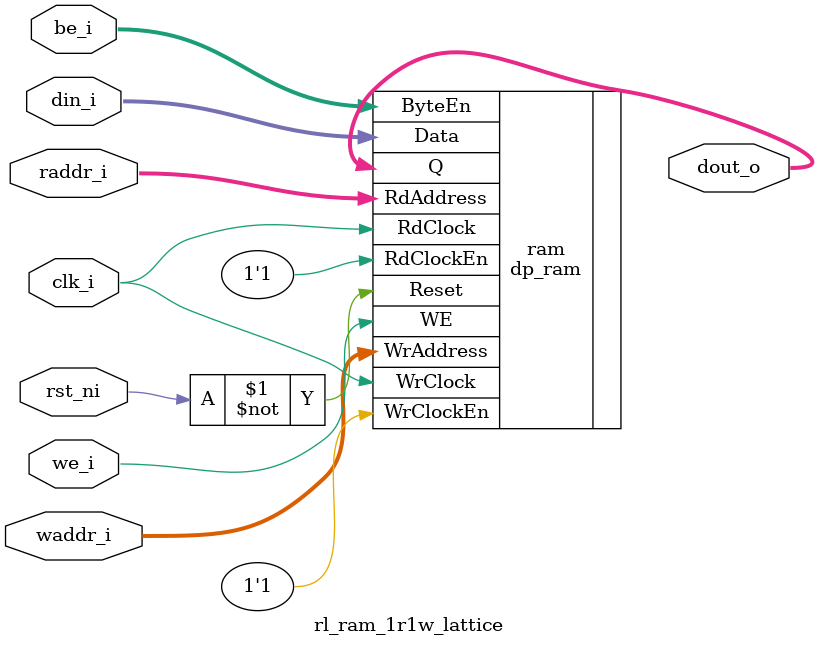
<source format=sv>



// Tech Specific implementation for Lattice Boot ROM
// This is specifically a 2048x32 Dual port RAM
// Will need cleaming up to add other size RAMs based on passwed parameters 

module rl_ram_1r1w_lattice #(
  parameter ABITS      = 10,
  parameter DBITS      = 32,
  parameter INIT_FILE  = ""
)
(
  input                        rst_ni,
  input                        clk_i,

  //Write side
  input      [ ABITS     -1:0] waddr_i,
  input      [ DBITS     -1:0] din_i,
  input                        we_i,
  input      [(DBITS+7)/8-1:0] be_i,

  //Read side
  input      [ ABITS     -1:0] raddr_i,
  output     [ DBITS     -1:0] dout_o
);

  // Instantiate IP from Diamond Tools
  dp_ram ram (
    .Reset     (~rst_ni  ),

    .WrClock   ( clk_i   ),
    .WrClockEn ( 1'b1    ),
    .WrAddress ( waddr_i ),
    .WE        ( we_i    ),
    .ByteEn    ( be_i    ),
    .Data      ( din_i   ),

    .RdClock   ( clk_i   ),
    .RdClockEn ( 1'b1    ),
    .RdAddress ( raddr_i ), 
    .Q         ( dout_o  )  );

endmodule

</source>
